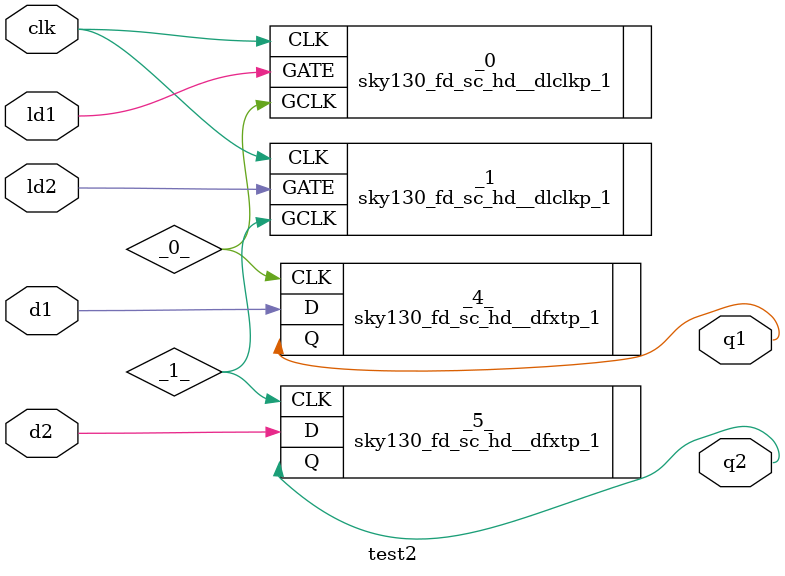
<source format=v>


module test2
(
  d1,
  d2,
  clk,
  ld1,
  ld2,
  q1,
  q2
);

  wire _0_;
  wire _1_;
  input clk;
  input d1;
  input d2;
  input ld1;
  input ld2;
  output q1;
  output q2;

  sky130_fd_sc_hd__dlclkp_1
  _0
  (
    .GCLK(_0_),
    .GATE(ld1),
    .CLK(clk)
  );


  sky130_fd_sc_hd__dfxtp_1
  _4_
  (
    .CLK(_0_),
    .D(d1),
    .Q(q1)
  );


  sky130_fd_sc_hd__dlclkp_1
  _1
  (
    .GCLK(_1_),
    .GATE(ld2),
    .CLK(clk)
  );


  sky130_fd_sc_hd__dfxtp_1
  _5_
  (
    .CLK(_1_),
    .D(d2),
    .Q(q2)
  );


endmodule


</source>
